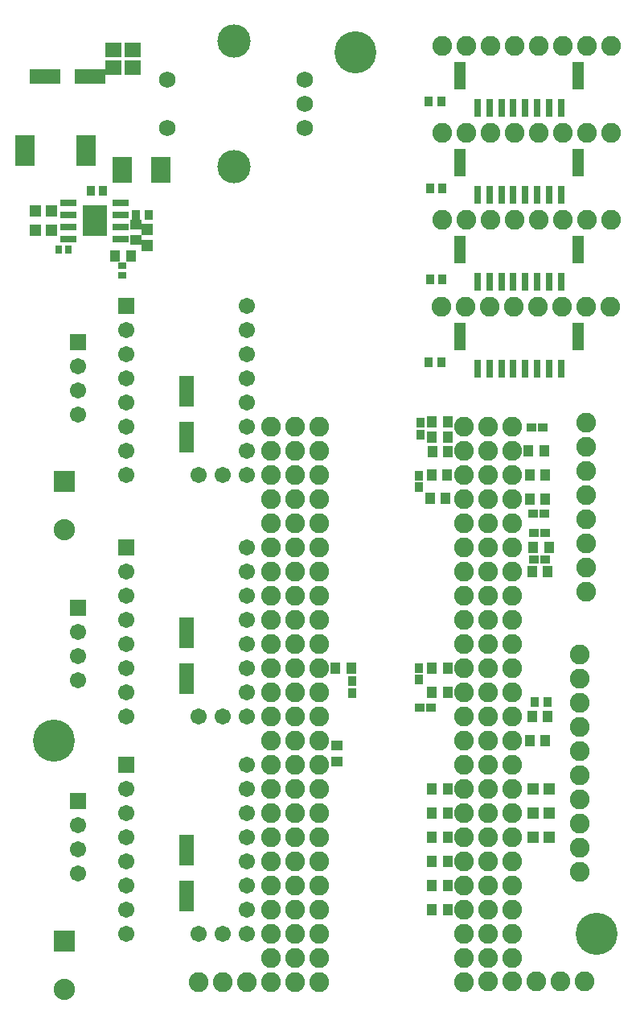
<source format=gbr>
G04 EAGLE Gerber RS-274X export*
G75*
%MOMM*%
%FSLAX34Y34*%
%LPD*%
%INSoldermask Top*%
%IPPOS*%
%AMOC8*
5,1,8,0,0,1.08239X$1,22.5*%
G01*
G04 Define Apertures*
%ADD10R,1.603200X3.203200*%
%ADD11R,1.303200X1.203200*%
%ADD12C,1.711200*%
%ADD13R,1.711200X1.711200*%
%ADD14C,2.082800*%
%ADD15R,2.235200X2.235200*%
%ADD16C,2.235200*%
%ADD17R,1.001900X1.177100*%
%ADD18R,1.177100X1.001900*%
%ADD19C,1.727200*%
%ADD20C,3.505200*%
%ADD21R,1.663700X0.736600*%
%ADD22R,2.603200X3.303200*%
%ADD23R,0.738300X0.847200*%
%ADD24R,2.002600X3.332400*%
%ADD25R,1.203200X1.303200*%
%ADD26R,0.903200X1.103200*%
%ADD27R,0.847200X0.738300*%
%ADD28R,2.103119X2.702559*%
%ADD29R,1.703200X1.503200*%
%ADD30R,3.203200X1.603200*%
%ADD31R,0.803200X1.903200*%
%ADD32R,1.203200X3.003200*%
%ADD33R,0.943200X1.128200*%
%ADD34R,1.128200X0.943200*%
%ADD35C,4.419600*%
D10*
X-177800Y659000D03*
X-177800Y611000D03*
X-177800Y176400D03*
X-177800Y128400D03*
D11*
X186810Y190500D03*
X203810Y190500D03*
D12*
X-114300Y266700D03*
X-114300Y241300D03*
X-114300Y215900D03*
X-114300Y190500D03*
X-114300Y165100D03*
X-114300Y139700D03*
X-114300Y114300D03*
X-114300Y88900D03*
D13*
X-241300Y266700D03*
D12*
X-241300Y241300D03*
X-241300Y215900D03*
X-241300Y190500D03*
X-241300Y165100D03*
X-241300Y139700D03*
X-241300Y114300D03*
X-241300Y88900D03*
X-139700Y88900D03*
X-165100Y88900D03*
X-114300Y749300D03*
X-114300Y723900D03*
X-114300Y698500D03*
X-114300Y673100D03*
X-114300Y647700D03*
X-114300Y622300D03*
X-114300Y596900D03*
X-114300Y571500D03*
D13*
X-241300Y749300D03*
D12*
X-241300Y723900D03*
X-241300Y698500D03*
X-241300Y673100D03*
X-241300Y647700D03*
X-241300Y622300D03*
X-241300Y596900D03*
X-241300Y571500D03*
X-139700Y571500D03*
X-165100Y571500D03*
D14*
X-88900Y622300D03*
X-63500Y622300D03*
X-88900Y596900D03*
X-63500Y596900D03*
X-88900Y571500D03*
X-63500Y571500D03*
X-88900Y546100D03*
X-63500Y546100D03*
X-88900Y520700D03*
X-63500Y520700D03*
X-88900Y495300D03*
X-63500Y495300D03*
X-88900Y469900D03*
X-63500Y469900D03*
X-88900Y444500D03*
X-63500Y444500D03*
X-88900Y419100D03*
X-63500Y419100D03*
X-88900Y393700D03*
X-63500Y393700D03*
X165100Y419100D03*
X139700Y419100D03*
X165100Y444500D03*
X139700Y444500D03*
X165100Y469900D03*
X139700Y469900D03*
X165100Y495300D03*
X139700Y495300D03*
X165100Y520700D03*
X139700Y520700D03*
X165100Y546100D03*
X139700Y546100D03*
X165100Y571500D03*
X139700Y571500D03*
X165100Y596900D03*
X139700Y596900D03*
X165100Y622300D03*
X139700Y622300D03*
X-165100Y38100D03*
X-139700Y38100D03*
X-114300Y38100D03*
X-88900Y38100D03*
X-63500Y38100D03*
D15*
X-306070Y563920D03*
D16*
X-306070Y513920D03*
D14*
X243151Y625818D03*
X243151Y600418D03*
X243151Y575018D03*
X243151Y549618D03*
X243151Y524218D03*
X243151Y498818D03*
X243151Y473418D03*
X243151Y448018D03*
X139700Y38608D03*
X165100Y38608D03*
X190500Y38608D03*
X215900Y38608D03*
X241300Y38608D03*
D15*
X-306070Y80480D03*
D16*
X-306070Y30480D03*
D14*
X165100Y63500D03*
X165100Y88900D03*
X165100Y114300D03*
X165100Y139700D03*
X165100Y165100D03*
X165100Y190500D03*
X165100Y215900D03*
X165100Y241300D03*
X165100Y266700D03*
X165100Y292100D03*
X165100Y317500D03*
X165100Y342900D03*
X165100Y368300D03*
X139700Y368300D03*
X139700Y342900D03*
X139700Y317500D03*
X139700Y292100D03*
X139700Y266700D03*
X139700Y241300D03*
X139700Y215900D03*
X139700Y190500D03*
X139700Y165100D03*
X139700Y139700D03*
X139700Y114300D03*
X139700Y88900D03*
X139700Y63500D03*
X-88900Y368300D03*
X-63500Y368300D03*
X-88900Y342900D03*
X-63500Y342900D03*
X-88900Y317500D03*
X-63500Y317500D03*
X-88900Y292100D03*
X-63500Y292100D03*
X-88900Y266700D03*
X-63500Y266700D03*
X-88900Y241300D03*
X-63500Y241300D03*
X-88900Y215900D03*
X-63500Y215900D03*
X-88900Y190500D03*
X-63500Y190500D03*
X-88900Y165100D03*
X-63500Y165100D03*
X-88900Y139700D03*
X-63500Y139700D03*
D17*
X97052Y215900D03*
X80748Y215900D03*
X97052Y190500D03*
X80748Y190500D03*
X97052Y139700D03*
X80748Y139700D03*
D18*
X-19050Y269978D03*
X-19050Y286282D03*
D19*
X-53030Y961390D03*
X-197810Y986790D03*
D20*
X-127960Y1027430D03*
X-127960Y895350D03*
D19*
X-197810Y935990D03*
X-53030Y986790D03*
X-53030Y935990D03*
D14*
X-38100Y368300D03*
X-38100Y342900D03*
X-38100Y317500D03*
X-38100Y292100D03*
X-38100Y266700D03*
X-38100Y241300D03*
X-38100Y215900D03*
X-38100Y190500D03*
X-38100Y165100D03*
X-38100Y139700D03*
X-38100Y114300D03*
X-38100Y88900D03*
X-38100Y63500D03*
X-38100Y38100D03*
X114300Y368300D03*
X114300Y342900D03*
X114300Y317500D03*
X114300Y292100D03*
X114300Y266700D03*
X114300Y241300D03*
X114300Y215900D03*
X114300Y190500D03*
X114300Y165100D03*
X114300Y139700D03*
X114300Y114300D03*
X114300Y88900D03*
X114300Y63500D03*
X114300Y38100D03*
X114300Y419100D03*
X114300Y444500D03*
X114300Y469900D03*
X114300Y495300D03*
X114300Y520700D03*
X114300Y546100D03*
X114300Y571500D03*
X114300Y596900D03*
X114300Y622300D03*
X-38100Y622300D03*
X-38100Y596900D03*
X-38100Y571500D03*
X-38100Y546100D03*
X-38100Y520700D03*
X-38100Y495300D03*
X-38100Y469900D03*
X-38100Y444500D03*
X-38100Y419100D03*
X-38100Y393700D03*
X114300Y393700D03*
D11*
X186810Y215900D03*
X203810Y215900D03*
D17*
X80748Y368300D03*
X97052Y368300D03*
X80748Y342900D03*
X97052Y342900D03*
X-4548Y368300D03*
X-20852Y368300D03*
X80541Y571500D03*
X96845Y571500D03*
X202462Y317500D03*
X186158Y317500D03*
X198652Y596900D03*
X182348Y596900D03*
X80748Y627380D03*
X97052Y627380D03*
X97052Y165100D03*
X80748Y165100D03*
D14*
X-88900Y63500D03*
X-63500Y63500D03*
X-88900Y114300D03*
X-63500Y114300D03*
D17*
X202462Y469900D03*
X186158Y469900D03*
X203732Y495300D03*
X187428Y495300D03*
X199922Y546100D03*
X183618Y546100D03*
X199922Y571500D03*
X183618Y571500D03*
X81053Y595630D03*
X97357Y595630D03*
X199922Y292100D03*
X183618Y292100D03*
X78487Y546379D03*
X94791Y546379D03*
X80748Y610870D03*
X97052Y610870D03*
D21*
X-301739Y857579D03*
X-301739Y844879D03*
X-301739Y832179D03*
X-301739Y819479D03*
X-247257Y819479D03*
X-247257Y832179D03*
X-247257Y844879D03*
X-247257Y857579D03*
D22*
X-274498Y838529D03*
D11*
X-319945Y828673D03*
X-336945Y828673D03*
X-319765Y849103D03*
X-336765Y849103D03*
D23*
X-311930Y808049D03*
X-301780Y808049D03*
D24*
X-283330Y912487D03*
X-348160Y912487D03*
D25*
X-218896Y812249D03*
X-218896Y829249D03*
D26*
X-230805Y844879D03*
X-217805Y844879D03*
D18*
X-231400Y818173D03*
X-231400Y834477D03*
D17*
X-236473Y801699D03*
X-252777Y801699D03*
D27*
X-245690Y791534D03*
X-245690Y781384D03*
D28*
X-245417Y891772D03*
X-204422Y891772D03*
D26*
X-278385Y870279D03*
X-265385Y870279D03*
D29*
X-234465Y999209D03*
X-234465Y1018209D03*
X-254785Y999209D03*
X-254785Y1018209D03*
D30*
X-327045Y989965D03*
X-279045Y989965D03*
D17*
X97052Y114300D03*
X80748Y114300D03*
D14*
X91440Y1022350D03*
X116840Y1022350D03*
X142240Y1022350D03*
X167640Y1022350D03*
X193040Y1022350D03*
X218440Y1022350D03*
X243840Y1022350D03*
X269240Y1022350D03*
X91440Y930910D03*
X116840Y930910D03*
X142240Y930910D03*
X167640Y930910D03*
X193040Y930910D03*
X218440Y930910D03*
X243840Y930910D03*
X269240Y930910D03*
X91440Y839470D03*
X116840Y839470D03*
X142240Y839470D03*
X167640Y839470D03*
X193040Y839470D03*
X218440Y839470D03*
X243840Y839470D03*
X269240Y839470D03*
X90969Y748030D03*
X116369Y748030D03*
X141769Y748030D03*
X167169Y748030D03*
X192569Y748030D03*
X217969Y748030D03*
X243369Y748030D03*
X268769Y748030D03*
D31*
X178970Y957580D03*
X191470Y957580D03*
X203970Y957580D03*
X216470Y957580D03*
X166470Y957580D03*
X153970Y957580D03*
X141470Y957580D03*
X128970Y957580D03*
D32*
X234970Y991080D03*
X110470Y991080D03*
D31*
X178970Y866140D03*
X191470Y866140D03*
X203970Y866140D03*
X216470Y866140D03*
X166470Y866140D03*
X153970Y866140D03*
X141470Y866140D03*
X128970Y866140D03*
D32*
X234970Y899640D03*
X110470Y899640D03*
D31*
X178970Y774700D03*
X191470Y774700D03*
X203970Y774700D03*
X216470Y774700D03*
X166470Y774700D03*
X153970Y774700D03*
X141470Y774700D03*
X128970Y774700D03*
D32*
X234970Y808200D03*
X110470Y808200D03*
D31*
X178970Y683260D03*
X191470Y683260D03*
X203970Y683260D03*
X216470Y683260D03*
X166470Y683260D03*
X153970Y683260D03*
X141470Y683260D03*
X128970Y683260D03*
D32*
X234970Y716760D03*
X110470Y716760D03*
D12*
X-114300Y495300D03*
X-114300Y469900D03*
X-114300Y444500D03*
X-114300Y419100D03*
X-114300Y393700D03*
X-114300Y368300D03*
X-114300Y342900D03*
X-114300Y317500D03*
D13*
X-241300Y495300D03*
D12*
X-241300Y469900D03*
X-241300Y444500D03*
X-241300Y419100D03*
X-241300Y393700D03*
X-241300Y368300D03*
X-241300Y342900D03*
X-241300Y317500D03*
X-139700Y317500D03*
X-165100Y317500D03*
D10*
X-177800Y405000D03*
X-177800Y357000D03*
D14*
X-88900Y88900D03*
X-63500Y88900D03*
D26*
X90320Y963930D03*
X77320Y963930D03*
X91590Y872490D03*
X78590Y872490D03*
X91590Y777240D03*
X78590Y777240D03*
X90320Y689610D03*
X77320Y689610D03*
D33*
X67310Y355950D03*
X67310Y367950D03*
D34*
X67660Y326390D03*
X79660Y326390D03*
D33*
X-3208Y341980D03*
X-3208Y353980D03*
X67310Y558614D03*
X67310Y570614D03*
D26*
X189240Y332204D03*
X202240Y332204D03*
D34*
X185383Y621030D03*
X197383Y621030D03*
D33*
X68580Y613760D03*
X68580Y625760D03*
D34*
X187776Y482600D03*
X199776Y482600D03*
X188310Y510540D03*
X200310Y510540D03*
X187040Y530860D03*
X199040Y530860D03*
D13*
X-292100Y228600D03*
D12*
X-292100Y203200D03*
X-292100Y177800D03*
X-292100Y152400D03*
D13*
X-292100Y431800D03*
D12*
X-292100Y406400D03*
X-292100Y381000D03*
X-292100Y355600D03*
D13*
X-292100Y711200D03*
D12*
X-292100Y685800D03*
X-292100Y660400D03*
X-292100Y635000D03*
D14*
X139700Y393700D03*
X165100Y393700D03*
X236220Y153670D03*
X236220Y179070D03*
X236220Y204470D03*
X236220Y229870D03*
X236220Y255270D03*
X236220Y280670D03*
X236220Y306070D03*
X236220Y331470D03*
X236220Y356870D03*
X236220Y382270D03*
D17*
X97052Y241300D03*
X80748Y241300D03*
D11*
X187080Y241300D03*
X204080Y241300D03*
D35*
X254000Y88900D03*
X0Y1016000D03*
X-317500Y292100D03*
M02*

</source>
